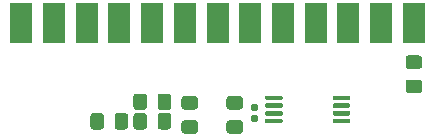
<source format=gbr>
%TF.GenerationSoftware,KiCad,Pcbnew,(5.1.6)-1*%
%TF.CreationDate,2021-02-17T18:40:25-08:00*%
%TF.ProjectId,kg-cable-asl,6b672d63-6162-46c6-952d-61736c2e6b69,rev?*%
%TF.SameCoordinates,Original*%
%TF.FileFunction,Paste,Top*%
%TF.FilePolarity,Positive*%
%FSLAX46Y46*%
G04 Gerber Fmt 4.6, Leading zero omitted, Abs format (unit mm)*
G04 Created by KiCad (PCBNEW (5.1.6)-1) date 2021-02-17 18:40:25*
%MOMM*%
%LPD*%
G01*
G04 APERTURE LIST*
%ADD10R,1.846667X3.480000*%
G04 APERTURE END LIST*
%TO.C,R12*%
G36*
G01*
X139050000Y-110850001D02*
X139050000Y-109949999D01*
G75*
G02*
X139299999Y-109700000I249999J0D01*
G01*
X139950001Y-109700000D01*
G75*
G02*
X140200000Y-109949999I0J-249999D01*
G01*
X140200000Y-110850001D01*
G75*
G02*
X139950001Y-111100000I-249999J0D01*
G01*
X139299999Y-111100000D01*
G75*
G02*
X139050000Y-110850001I0J249999D01*
G01*
G37*
G36*
G01*
X137000000Y-110850001D02*
X137000000Y-109949999D01*
G75*
G02*
X137249999Y-109700000I249999J0D01*
G01*
X137900001Y-109700000D01*
G75*
G02*
X138150000Y-109949999I0J-249999D01*
G01*
X138150000Y-110850001D01*
G75*
G02*
X137900001Y-111100000I-249999J0D01*
G01*
X137249999Y-111100000D01*
G75*
G02*
X137000000Y-110850001I0J249999D01*
G01*
G37*
%TD*%
%TO.C,R11*%
G36*
G01*
X142700000Y-110850001D02*
X142700000Y-109949999D01*
G75*
G02*
X142949999Y-109700000I249999J0D01*
G01*
X143600001Y-109700000D01*
G75*
G02*
X143850000Y-109949999I0J-249999D01*
G01*
X143850000Y-110850001D01*
G75*
G02*
X143600001Y-111100000I-249999J0D01*
G01*
X142949999Y-111100000D01*
G75*
G02*
X142700000Y-110850001I0J249999D01*
G01*
G37*
G36*
G01*
X140650000Y-110850001D02*
X140650000Y-109949999D01*
G75*
G02*
X140899999Y-109700000I249999J0D01*
G01*
X141550001Y-109700000D01*
G75*
G02*
X141800000Y-109949999I0J-249999D01*
G01*
X141800000Y-110850001D01*
G75*
G02*
X141550001Y-111100000I-249999J0D01*
G01*
X140899999Y-111100000D01*
G75*
G02*
X140650000Y-110850001I0J249999D01*
G01*
G37*
%TD*%
%TO.C,C2*%
G36*
G01*
X141800000Y-108299999D02*
X141800000Y-109200001D01*
G75*
G02*
X141550001Y-109450000I-249999J0D01*
G01*
X140899999Y-109450000D01*
G75*
G02*
X140650000Y-109200001I0J249999D01*
G01*
X140650000Y-108299999D01*
G75*
G02*
X140899999Y-108050000I249999J0D01*
G01*
X141550001Y-108050000D01*
G75*
G02*
X141800000Y-108299999I0J-249999D01*
G01*
G37*
G36*
G01*
X143850000Y-108299999D02*
X143850000Y-109200001D01*
G75*
G02*
X143600001Y-109450000I-249999J0D01*
G01*
X142949999Y-109450000D01*
G75*
G02*
X142700000Y-109200001I0J249999D01*
G01*
X142700000Y-108299999D01*
G75*
G02*
X142949999Y-108050000I249999J0D01*
G01*
X143600001Y-108050000D01*
G75*
G02*
X143850000Y-108299999I0J-249999D01*
G01*
G37*
%TD*%
%TO.C,R10*%
G36*
G01*
X144964999Y-110305000D02*
X145865001Y-110305000D01*
G75*
G02*
X146115000Y-110554999I0J-249999D01*
G01*
X146115000Y-111205001D01*
G75*
G02*
X145865001Y-111455000I-249999J0D01*
G01*
X144964999Y-111455000D01*
G75*
G02*
X144715000Y-111205001I0J249999D01*
G01*
X144715000Y-110554999D01*
G75*
G02*
X144964999Y-110305000I249999J0D01*
G01*
G37*
G36*
G01*
X144964999Y-108255000D02*
X145865001Y-108255000D01*
G75*
G02*
X146115000Y-108504999I0J-249999D01*
G01*
X146115000Y-109155001D01*
G75*
G02*
X145865001Y-109405000I-249999J0D01*
G01*
X144964999Y-109405000D01*
G75*
G02*
X144715000Y-109155001I0J249999D01*
G01*
X144715000Y-108504999D01*
G75*
G02*
X144964999Y-108255000I249999J0D01*
G01*
G37*
%TD*%
%TO.C,R9*%
G36*
G01*
X148774999Y-110305000D02*
X149675001Y-110305000D01*
G75*
G02*
X149925000Y-110554999I0J-249999D01*
G01*
X149925000Y-111205001D01*
G75*
G02*
X149675001Y-111455000I-249999J0D01*
G01*
X148774999Y-111455000D01*
G75*
G02*
X148525000Y-111205001I0J249999D01*
G01*
X148525000Y-110554999D01*
G75*
G02*
X148774999Y-110305000I249999J0D01*
G01*
G37*
G36*
G01*
X148774999Y-108255000D02*
X149675001Y-108255000D01*
G75*
G02*
X149925000Y-108504999I0J-249999D01*
G01*
X149925000Y-109155001D01*
G75*
G02*
X149675001Y-109405000I-249999J0D01*
G01*
X148774999Y-109405000D01*
G75*
G02*
X148525000Y-109155001I0J249999D01*
G01*
X148525000Y-108504999D01*
G75*
G02*
X148774999Y-108255000I249999J0D01*
G01*
G37*
%TD*%
%TO.C,R8*%
G36*
G01*
X164842901Y-105976000D02*
X163942899Y-105976000D01*
G75*
G02*
X163692900Y-105726001I0J249999D01*
G01*
X163692900Y-105075999D01*
G75*
G02*
X163942899Y-104826000I249999J0D01*
G01*
X164842901Y-104826000D01*
G75*
G02*
X165092900Y-105075999I0J-249999D01*
G01*
X165092900Y-105726001D01*
G75*
G02*
X164842901Y-105976000I-249999J0D01*
G01*
G37*
G36*
G01*
X164842901Y-108026000D02*
X163942899Y-108026000D01*
G75*
G02*
X163692900Y-107776001I0J249999D01*
G01*
X163692900Y-107125999D01*
G75*
G02*
X163942899Y-106876000I249999J0D01*
G01*
X164842901Y-106876000D01*
G75*
G02*
X165092900Y-107125999I0J-249999D01*
G01*
X165092900Y-107776001D01*
G75*
G02*
X164842901Y-108026000I-249999J0D01*
G01*
G37*
%TD*%
%TO.C,C1*%
G36*
G01*
X150727500Y-109890000D02*
X151072500Y-109890000D01*
G75*
G02*
X151220000Y-110037500I0J-147500D01*
G01*
X151220000Y-110332500D01*
G75*
G02*
X151072500Y-110480000I-147500J0D01*
G01*
X150727500Y-110480000D01*
G75*
G02*
X150580000Y-110332500I0J147500D01*
G01*
X150580000Y-110037500D01*
G75*
G02*
X150727500Y-109890000I147500J0D01*
G01*
G37*
G36*
G01*
X150727500Y-108920000D02*
X151072500Y-108920000D01*
G75*
G02*
X151220000Y-109067500I0J-147500D01*
G01*
X151220000Y-109362500D01*
G75*
G02*
X151072500Y-109510000I-147500J0D01*
G01*
X150727500Y-109510000D01*
G75*
G02*
X150580000Y-109362500I0J147500D01*
G01*
X150580000Y-109067500D01*
G75*
G02*
X150727500Y-108920000I147500J0D01*
G01*
G37*
%TD*%
%TO.C,U1*%
G36*
G01*
X153275000Y-110275000D02*
X153275000Y-110475000D01*
G75*
G02*
X153175000Y-110575000I-100000J0D01*
G01*
X151900000Y-110575000D01*
G75*
G02*
X151800000Y-110475000I0J100000D01*
G01*
X151800000Y-110275000D01*
G75*
G02*
X151900000Y-110175000I100000J0D01*
G01*
X153175000Y-110175000D01*
G75*
G02*
X153275000Y-110275000I0J-100000D01*
G01*
G37*
G36*
G01*
X153275000Y-109625000D02*
X153275000Y-109825000D01*
G75*
G02*
X153175000Y-109925000I-100000J0D01*
G01*
X151900000Y-109925000D01*
G75*
G02*
X151800000Y-109825000I0J100000D01*
G01*
X151800000Y-109625000D01*
G75*
G02*
X151900000Y-109525000I100000J0D01*
G01*
X153175000Y-109525000D01*
G75*
G02*
X153275000Y-109625000I0J-100000D01*
G01*
G37*
G36*
G01*
X153275000Y-108975000D02*
X153275000Y-109175000D01*
G75*
G02*
X153175000Y-109275000I-100000J0D01*
G01*
X151900000Y-109275000D01*
G75*
G02*
X151800000Y-109175000I0J100000D01*
G01*
X151800000Y-108975000D01*
G75*
G02*
X151900000Y-108875000I100000J0D01*
G01*
X153175000Y-108875000D01*
G75*
G02*
X153275000Y-108975000I0J-100000D01*
G01*
G37*
G36*
G01*
X153275000Y-108325000D02*
X153275000Y-108525000D01*
G75*
G02*
X153175000Y-108625000I-100000J0D01*
G01*
X151900000Y-108625000D01*
G75*
G02*
X151800000Y-108525000I0J100000D01*
G01*
X151800000Y-108325000D01*
G75*
G02*
X151900000Y-108225000I100000J0D01*
G01*
X153175000Y-108225000D01*
G75*
G02*
X153275000Y-108325000I0J-100000D01*
G01*
G37*
G36*
G01*
X159000000Y-108325000D02*
X159000000Y-108525000D01*
G75*
G02*
X158900000Y-108625000I-100000J0D01*
G01*
X157625000Y-108625000D01*
G75*
G02*
X157525000Y-108525000I0J100000D01*
G01*
X157525000Y-108325000D01*
G75*
G02*
X157625000Y-108225000I100000J0D01*
G01*
X158900000Y-108225000D01*
G75*
G02*
X159000000Y-108325000I0J-100000D01*
G01*
G37*
G36*
G01*
X159000000Y-108975000D02*
X159000000Y-109175000D01*
G75*
G02*
X158900000Y-109275000I-100000J0D01*
G01*
X157625000Y-109275000D01*
G75*
G02*
X157525000Y-109175000I0J100000D01*
G01*
X157525000Y-108975000D01*
G75*
G02*
X157625000Y-108875000I100000J0D01*
G01*
X158900000Y-108875000D01*
G75*
G02*
X159000000Y-108975000I0J-100000D01*
G01*
G37*
G36*
G01*
X159000000Y-109625000D02*
X159000000Y-109825000D01*
G75*
G02*
X158900000Y-109925000I-100000J0D01*
G01*
X157625000Y-109925000D01*
G75*
G02*
X157525000Y-109825000I0J100000D01*
G01*
X157525000Y-109625000D01*
G75*
G02*
X157625000Y-109525000I100000J0D01*
G01*
X158900000Y-109525000D01*
G75*
G02*
X159000000Y-109625000I0J-100000D01*
G01*
G37*
G36*
G01*
X159000000Y-110275000D02*
X159000000Y-110475000D01*
G75*
G02*
X158900000Y-110575000I-100000J0D01*
G01*
X157625000Y-110575000D01*
G75*
G02*
X157525000Y-110475000I0J100000D01*
G01*
X157525000Y-110275000D01*
G75*
G02*
X157625000Y-110175000I100000J0D01*
G01*
X158900000Y-110175000D01*
G75*
G02*
X159000000Y-110275000I0J-100000D01*
G01*
G37*
%TD*%
D10*
%TO.C,J2*%
X131152900Y-102108000D03*
X133922900Y-102108000D03*
X136692900Y-102108000D03*
X139462900Y-102108000D03*
X142232900Y-102108000D03*
X145002900Y-102108000D03*
X147772900Y-102108000D03*
X150542900Y-102108000D03*
X153312900Y-102108000D03*
X156082900Y-102108000D03*
X158852900Y-102108000D03*
X161622900Y-102108000D03*
X164392900Y-102108000D03*
%TD*%
M02*

</source>
